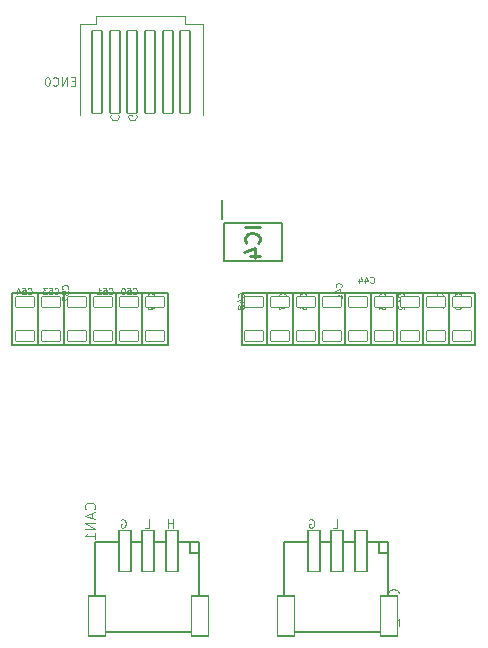
<source format=gbr>
%TF.GenerationSoftware,KiCad,Pcbnew,7.0.6*%
%TF.CreationDate,2023-08-06T04:52:03+10:00*%
%TF.ProjectId,controller,636f6e74-726f-46c6-9c65-722e6b696361,rev?*%
%TF.SameCoordinates,Original*%
%TF.FileFunction,Legend,Bot*%
%TF.FilePolarity,Positive*%
%FSLAX46Y46*%
G04 Gerber Fmt 4.6, Leading zero omitted, Abs format (unit mm)*
G04 Created by KiCad (PCBNEW 7.0.6) date 2023-08-06 04:52:03*
%MOMM*%
%LPD*%
G01*
G04 APERTURE LIST*
G04 Aperture macros list*
%AMRoundRect*
0 Rectangle with rounded corners*
0 $1 Rounding radius*
0 $2 $3 $4 $5 $6 $7 $8 $9 X,Y pos of 4 corners*
0 Add a 4 corners polygon primitive as box body*
4,1,4,$2,$3,$4,$5,$6,$7,$8,$9,$2,$3,0*
0 Add four circle primitives for the rounded corners*
1,1,$1+$1,$2,$3*
1,1,$1+$1,$4,$5*
1,1,$1+$1,$6,$7*
1,1,$1+$1,$8,$9*
0 Add four rect primitives between the rounded corners*
20,1,$1+$1,$2,$3,$4,$5,0*
20,1,$1+$1,$4,$5,$6,$7,0*
20,1,$1+$1,$6,$7,$8,$9,0*
20,1,$1+$1,$8,$9,$2,$3,0*%
G04 Aperture macros list end*
%ADD10C,0.080000*%
%ADD11C,0.085344*%
%ADD12C,0.114300*%
%ADD13C,0.072000*%
%ADD14C,0.254000*%
%ADD15C,0.127000*%
%ADD16C,0.050000*%
%ADD17C,0.200000*%
%ADD18C,1.151600*%
%ADD19C,4.700000*%
%ADD20C,3.101600*%
%ADD21C,1.976600*%
%ADD22RoundRect,0.050800X-0.800000X0.450000X-0.800000X-0.450000X0.800000X-0.450000X0.800000X0.450000X0*%
%ADD23RoundRect,0.050800X-0.500000X-1.750000X0.500000X-1.750000X0.500000X1.750000X-0.500000X1.750000X0*%
%ADD24RoundRect,0.050800X-0.750000X-1.700000X0.750000X-1.700000X0.750000X1.700000X-0.750000X1.700000X0*%
%ADD25RoundRect,0.050800X0.425000X-3.500000X0.425000X3.500000X-0.425000X3.500000X-0.425000X-3.500000X0*%
%ADD26R,0.700000X1.550000*%
G04 APERTURE END LIST*
D10*
X140234183Y-121961325D02*
X140577040Y-121961325D01*
X140577040Y-121961325D02*
X140577040Y-121241325D01*
X137369545Y-86993373D02*
X137335260Y-87027659D01*
X137335260Y-87027659D02*
X137300974Y-87130516D01*
X137300974Y-87130516D02*
X137300974Y-87199088D01*
X137300974Y-87199088D02*
X137335260Y-87301945D01*
X137335260Y-87301945D02*
X137403831Y-87370516D01*
X137403831Y-87370516D02*
X137472402Y-87404802D01*
X137472402Y-87404802D02*
X137609545Y-87439088D01*
X137609545Y-87439088D02*
X137712402Y-87439088D01*
X137712402Y-87439088D02*
X137849545Y-87404802D01*
X137849545Y-87404802D02*
X137918117Y-87370516D01*
X137918117Y-87370516D02*
X137986688Y-87301945D01*
X137986688Y-87301945D02*
X138020974Y-87199088D01*
X138020974Y-87199088D02*
X138020974Y-87130516D01*
X138020974Y-87130516D02*
X137986688Y-87027659D01*
X137986688Y-87027659D02*
X137952402Y-86993373D01*
X138199897Y-121275611D02*
X138268469Y-121241325D01*
X138268469Y-121241325D02*
X138371326Y-121241325D01*
X138371326Y-121241325D02*
X138474183Y-121275611D01*
X138474183Y-121275611D02*
X138542754Y-121344182D01*
X138542754Y-121344182D02*
X138577040Y-121412754D01*
X138577040Y-121412754D02*
X138611326Y-121549897D01*
X138611326Y-121549897D02*
X138611326Y-121652754D01*
X138611326Y-121652754D02*
X138577040Y-121789897D01*
X138577040Y-121789897D02*
X138542754Y-121858468D01*
X138542754Y-121858468D02*
X138474183Y-121927040D01*
X138474183Y-121927040D02*
X138371326Y-121961325D01*
X138371326Y-121961325D02*
X138302754Y-121961325D01*
X138302754Y-121961325D02*
X138199897Y-121927040D01*
X138199897Y-121927040D02*
X138165611Y-121892754D01*
X138165611Y-121892754D02*
X138165611Y-121652754D01*
X138165611Y-121652754D02*
X138302754Y-121652754D01*
X139486688Y-87027659D02*
X139520974Y-87096231D01*
X139520974Y-87096231D02*
X139520974Y-87199088D01*
X139520974Y-87199088D02*
X139486688Y-87301945D01*
X139486688Y-87301945D02*
X139418117Y-87370516D01*
X139418117Y-87370516D02*
X139349545Y-87404802D01*
X139349545Y-87404802D02*
X139212402Y-87439088D01*
X139212402Y-87439088D02*
X139109545Y-87439088D01*
X139109545Y-87439088D02*
X138972402Y-87404802D01*
X138972402Y-87404802D02*
X138903831Y-87370516D01*
X138903831Y-87370516D02*
X138835260Y-87301945D01*
X138835260Y-87301945D02*
X138800974Y-87199088D01*
X138800974Y-87199088D02*
X138800974Y-87130516D01*
X138800974Y-87130516D02*
X138835260Y-87027659D01*
X138835260Y-87027659D02*
X138869545Y-86993373D01*
X138869545Y-86993373D02*
X139109545Y-86993373D01*
X139109545Y-86993373D02*
X139109545Y-87130516D01*
X156184183Y-121961325D02*
X156527040Y-121961325D01*
X156527040Y-121961325D02*
X156527040Y-121241325D01*
X154149897Y-121275611D02*
X154218469Y-121241325D01*
X154218469Y-121241325D02*
X154321326Y-121241325D01*
X154321326Y-121241325D02*
X154424183Y-121275611D01*
X154424183Y-121275611D02*
X154492754Y-121344182D01*
X154492754Y-121344182D02*
X154527040Y-121412754D01*
X154527040Y-121412754D02*
X154561326Y-121549897D01*
X154561326Y-121549897D02*
X154561326Y-121652754D01*
X154561326Y-121652754D02*
X154527040Y-121789897D01*
X154527040Y-121789897D02*
X154492754Y-121858468D01*
X154492754Y-121858468D02*
X154424183Y-121927040D01*
X154424183Y-121927040D02*
X154321326Y-121961325D01*
X154321326Y-121961325D02*
X154252754Y-121961325D01*
X154252754Y-121961325D02*
X154149897Y-121927040D01*
X154149897Y-121927040D02*
X154115611Y-121892754D01*
X154115611Y-121892754D02*
X154115611Y-121652754D01*
X154115611Y-121652754D02*
X154252754Y-121652754D01*
X142577040Y-121961325D02*
X142577040Y-121241325D01*
X142577040Y-121584182D02*
X142165611Y-121584182D01*
X142165611Y-121961325D02*
X142165611Y-121241325D01*
D11*
X152089264Y-102434144D02*
X152114229Y-102409180D01*
X152114229Y-102409180D02*
X152139193Y-102334286D01*
X152139193Y-102334286D02*
X152139193Y-102284357D01*
X152139193Y-102284357D02*
X152114229Y-102209463D01*
X152114229Y-102209463D02*
X152064299Y-102159534D01*
X152064299Y-102159534D02*
X152014370Y-102134569D01*
X152014370Y-102134569D02*
X151914512Y-102109605D01*
X151914512Y-102109605D02*
X151839618Y-102109605D01*
X151839618Y-102109605D02*
X151739760Y-102134569D01*
X151739760Y-102134569D02*
X151689831Y-102159534D01*
X151689831Y-102159534D02*
X151639902Y-102209463D01*
X151639902Y-102209463D02*
X151614937Y-102284357D01*
X151614937Y-102284357D02*
X151614937Y-102334286D01*
X151614937Y-102334286D02*
X151639902Y-102409180D01*
X151639902Y-102409180D02*
X151664866Y-102434144D01*
X151789689Y-102883507D02*
X152139193Y-102883507D01*
X151589973Y-102758684D02*
X151964441Y-102633861D01*
X151964441Y-102633861D02*
X151964441Y-102958400D01*
X151614937Y-103108187D02*
X151614937Y-103457691D01*
X151614937Y-103457691D02*
X152139193Y-103233010D01*
D12*
X135920545Y-120399127D02*
X135962722Y-120356951D01*
X135962722Y-120356951D02*
X136004898Y-120230422D01*
X136004898Y-120230422D02*
X136004898Y-120146070D01*
X136004898Y-120146070D02*
X135962722Y-120019541D01*
X135962722Y-120019541D02*
X135878369Y-119935189D01*
X135878369Y-119935189D02*
X135794017Y-119893012D01*
X135794017Y-119893012D02*
X135625312Y-119850836D01*
X135625312Y-119850836D02*
X135498783Y-119850836D01*
X135498783Y-119850836D02*
X135330079Y-119893012D01*
X135330079Y-119893012D02*
X135245726Y-119935189D01*
X135245726Y-119935189D02*
X135161374Y-120019541D01*
X135161374Y-120019541D02*
X135119198Y-120146070D01*
X135119198Y-120146070D02*
X135119198Y-120230422D01*
X135119198Y-120230422D02*
X135161374Y-120356951D01*
X135161374Y-120356951D02*
X135203550Y-120399127D01*
X135751841Y-120736536D02*
X135751841Y-121158298D01*
X136004898Y-120652184D02*
X135119198Y-120947417D01*
X135119198Y-120947417D02*
X136004898Y-121242651D01*
X136004898Y-121537883D02*
X135119198Y-121537883D01*
X135119198Y-121537883D02*
X136004898Y-122043998D01*
X136004898Y-122043998D02*
X135119198Y-122043998D01*
X136004898Y-122929698D02*
X136004898Y-122423583D01*
X136004898Y-122676640D02*
X135119198Y-122676640D01*
X135119198Y-122676640D02*
X135245726Y-122592288D01*
X135245726Y-122592288D02*
X135330079Y-122507936D01*
X135330079Y-122507936D02*
X135372255Y-122423583D01*
D11*
X160539264Y-102434144D02*
X160564229Y-102409180D01*
X160564229Y-102409180D02*
X160589193Y-102334286D01*
X160589193Y-102334286D02*
X160589193Y-102284357D01*
X160589193Y-102284357D02*
X160564229Y-102209463D01*
X160564229Y-102209463D02*
X160514299Y-102159534D01*
X160514299Y-102159534D02*
X160464370Y-102134569D01*
X160464370Y-102134569D02*
X160364512Y-102109605D01*
X160364512Y-102109605D02*
X160289618Y-102109605D01*
X160289618Y-102109605D02*
X160189760Y-102134569D01*
X160189760Y-102134569D02*
X160139831Y-102159534D01*
X160139831Y-102159534D02*
X160089902Y-102209463D01*
X160089902Y-102209463D02*
X160064937Y-102284357D01*
X160064937Y-102284357D02*
X160064937Y-102334286D01*
X160064937Y-102334286D02*
X160089902Y-102409180D01*
X160089902Y-102409180D02*
X160114866Y-102434144D01*
X160239689Y-102883507D02*
X160589193Y-102883507D01*
X160039973Y-102758684D02*
X160414441Y-102633861D01*
X160414441Y-102633861D02*
X160414441Y-102958400D01*
X160064937Y-103108187D02*
X160064937Y-103432727D01*
X160064937Y-103432727D02*
X160264654Y-103257975D01*
X160264654Y-103257975D02*
X160264654Y-103332868D01*
X160264654Y-103332868D02*
X160289618Y-103382798D01*
X160289618Y-103382798D02*
X160314583Y-103407762D01*
X160314583Y-103407762D02*
X160364512Y-103432727D01*
X160364512Y-103432727D02*
X160489335Y-103432727D01*
X160489335Y-103432727D02*
X160539264Y-103407762D01*
X160539264Y-103407762D02*
X160564229Y-103382798D01*
X160564229Y-103382798D02*
X160589193Y-103332868D01*
X160589193Y-103332868D02*
X160589193Y-103183081D01*
X160589193Y-103183081D02*
X160564229Y-103133152D01*
X160564229Y-103133152D02*
X160539264Y-103108187D01*
X166939264Y-102434144D02*
X166964229Y-102409180D01*
X166964229Y-102409180D02*
X166989193Y-102334286D01*
X166989193Y-102334286D02*
X166989193Y-102284357D01*
X166989193Y-102284357D02*
X166964229Y-102209463D01*
X166964229Y-102209463D02*
X166914299Y-102159534D01*
X166914299Y-102159534D02*
X166864370Y-102134569D01*
X166864370Y-102134569D02*
X166764512Y-102109605D01*
X166764512Y-102109605D02*
X166689618Y-102109605D01*
X166689618Y-102109605D02*
X166589760Y-102134569D01*
X166589760Y-102134569D02*
X166539831Y-102159534D01*
X166539831Y-102159534D02*
X166489902Y-102209463D01*
X166489902Y-102209463D02*
X166464937Y-102284357D01*
X166464937Y-102284357D02*
X166464937Y-102334286D01*
X166464937Y-102334286D02*
X166489902Y-102409180D01*
X166489902Y-102409180D02*
X166514866Y-102434144D01*
X166639689Y-102883507D02*
X166989193Y-102883507D01*
X166439973Y-102758684D02*
X166814441Y-102633861D01*
X166814441Y-102633861D02*
X166814441Y-102958400D01*
X166464937Y-103257975D02*
X166464937Y-103307904D01*
X166464937Y-103307904D02*
X166489902Y-103357833D01*
X166489902Y-103357833D02*
X166514866Y-103382798D01*
X166514866Y-103382798D02*
X166564795Y-103407762D01*
X166564795Y-103407762D02*
X166664654Y-103432727D01*
X166664654Y-103432727D02*
X166789477Y-103432727D01*
X166789477Y-103432727D02*
X166889335Y-103407762D01*
X166889335Y-103407762D02*
X166939264Y-103382798D01*
X166939264Y-103382798D02*
X166964229Y-103357833D01*
X166964229Y-103357833D02*
X166989193Y-103307904D01*
X166989193Y-103307904D02*
X166989193Y-103257975D01*
X166989193Y-103257975D02*
X166964229Y-103208046D01*
X166964229Y-103208046D02*
X166939264Y-103183081D01*
X166939264Y-103183081D02*
X166889335Y-103158116D01*
X166889335Y-103158116D02*
X166789477Y-103133152D01*
X166789477Y-103133152D02*
X166664654Y-103133152D01*
X166664654Y-103133152D02*
X166564795Y-103158116D01*
X166564795Y-103158116D02*
X166514866Y-103183081D01*
X166514866Y-103183081D02*
X166489902Y-103208046D01*
X166489902Y-103208046D02*
X166464937Y-103257975D01*
D13*
X134280398Y-84155309D02*
X134037732Y-84155309D01*
X133933732Y-84536642D02*
X134280398Y-84536642D01*
X134280398Y-84536642D02*
X134280398Y-83808642D01*
X134280398Y-83808642D02*
X133933732Y-83808642D01*
X133621731Y-84536642D02*
X133621731Y-83808642D01*
X133621731Y-83808642D02*
X133205731Y-84536642D01*
X133205731Y-84536642D02*
X133205731Y-83808642D01*
X132443064Y-84467309D02*
X132477731Y-84501976D01*
X132477731Y-84501976D02*
X132581731Y-84536642D01*
X132581731Y-84536642D02*
X132651064Y-84536642D01*
X132651064Y-84536642D02*
X132755064Y-84501976D01*
X132755064Y-84501976D02*
X132824398Y-84432642D01*
X132824398Y-84432642D02*
X132859064Y-84363309D01*
X132859064Y-84363309D02*
X132893731Y-84224642D01*
X132893731Y-84224642D02*
X132893731Y-84120642D01*
X132893731Y-84120642D02*
X132859064Y-83981976D01*
X132859064Y-83981976D02*
X132824398Y-83912642D01*
X132824398Y-83912642D02*
X132755064Y-83843309D01*
X132755064Y-83843309D02*
X132651064Y-83808642D01*
X132651064Y-83808642D02*
X132581731Y-83808642D01*
X132581731Y-83808642D02*
X132477731Y-83843309D01*
X132477731Y-83843309D02*
X132443064Y-83877976D01*
X131992398Y-83808642D02*
X131923064Y-83808642D01*
X131923064Y-83808642D02*
X131853731Y-83843309D01*
X131853731Y-83843309D02*
X131819064Y-83877976D01*
X131819064Y-83877976D02*
X131784398Y-83947309D01*
X131784398Y-83947309D02*
X131749731Y-84085976D01*
X131749731Y-84085976D02*
X131749731Y-84259309D01*
X131749731Y-84259309D02*
X131784398Y-84397976D01*
X131784398Y-84397976D02*
X131819064Y-84467309D01*
X131819064Y-84467309D02*
X131853731Y-84501976D01*
X131853731Y-84501976D02*
X131923064Y-84536642D01*
X131923064Y-84536642D02*
X131992398Y-84536642D01*
X131992398Y-84536642D02*
X132061731Y-84501976D01*
X132061731Y-84501976D02*
X132096398Y-84467309D01*
X132096398Y-84467309D02*
X132131064Y-84397976D01*
X132131064Y-84397976D02*
X132165731Y-84259309D01*
X132165731Y-84259309D02*
X132165731Y-84085976D01*
X132165731Y-84085976D02*
X132131064Y-83947309D01*
X132131064Y-83947309D02*
X132096398Y-83877976D01*
X132096398Y-83877976D02*
X132061731Y-83843309D01*
X132061731Y-83843309D02*
X131992398Y-83808642D01*
D11*
X148539264Y-102434144D02*
X148564229Y-102409180D01*
X148564229Y-102409180D02*
X148589193Y-102334286D01*
X148589193Y-102334286D02*
X148589193Y-102284357D01*
X148589193Y-102284357D02*
X148564229Y-102209463D01*
X148564229Y-102209463D02*
X148514299Y-102159534D01*
X148514299Y-102159534D02*
X148464370Y-102134569D01*
X148464370Y-102134569D02*
X148364512Y-102109605D01*
X148364512Y-102109605D02*
X148289618Y-102109605D01*
X148289618Y-102109605D02*
X148189760Y-102134569D01*
X148189760Y-102134569D02*
X148139831Y-102159534D01*
X148139831Y-102159534D02*
X148089902Y-102209463D01*
X148089902Y-102209463D02*
X148064937Y-102284357D01*
X148064937Y-102284357D02*
X148064937Y-102334286D01*
X148064937Y-102334286D02*
X148089902Y-102409180D01*
X148089902Y-102409180D02*
X148114866Y-102434144D01*
X148239689Y-102883507D02*
X148589193Y-102883507D01*
X148039973Y-102758684D02*
X148414441Y-102633861D01*
X148414441Y-102633861D02*
X148414441Y-102958400D01*
X148289618Y-103233010D02*
X148264654Y-103183081D01*
X148264654Y-103183081D02*
X148239689Y-103158116D01*
X148239689Y-103158116D02*
X148189760Y-103133152D01*
X148189760Y-103133152D02*
X148164795Y-103133152D01*
X148164795Y-103133152D02*
X148114866Y-103158116D01*
X148114866Y-103158116D02*
X148089902Y-103183081D01*
X148089902Y-103183081D02*
X148064937Y-103233010D01*
X148064937Y-103233010D02*
X148064937Y-103332868D01*
X148064937Y-103332868D02*
X148089902Y-103382798D01*
X148089902Y-103382798D02*
X148114866Y-103407762D01*
X148114866Y-103407762D02*
X148164795Y-103432727D01*
X148164795Y-103432727D02*
X148189760Y-103432727D01*
X148189760Y-103432727D02*
X148239689Y-103407762D01*
X148239689Y-103407762D02*
X148264654Y-103382798D01*
X148264654Y-103382798D02*
X148289618Y-103332868D01*
X148289618Y-103332868D02*
X148289618Y-103233010D01*
X148289618Y-103233010D02*
X148314583Y-103183081D01*
X148314583Y-103183081D02*
X148339547Y-103158116D01*
X148339547Y-103158116D02*
X148389477Y-103133152D01*
X148389477Y-103133152D02*
X148489335Y-103133152D01*
X148489335Y-103133152D02*
X148539264Y-103158116D01*
X148539264Y-103158116D02*
X148564229Y-103183081D01*
X148564229Y-103183081D02*
X148589193Y-103233010D01*
X148589193Y-103233010D02*
X148589193Y-103332868D01*
X148589193Y-103332868D02*
X148564229Y-103382798D01*
X148564229Y-103382798D02*
X148539264Y-103407762D01*
X148539264Y-103407762D02*
X148489335Y-103432727D01*
X148489335Y-103432727D02*
X148389477Y-103432727D01*
X148389477Y-103432727D02*
X148339547Y-103407762D01*
X148339547Y-103407762D02*
X148314583Y-103382798D01*
X148314583Y-103382798D02*
X148289618Y-103332868D01*
D12*
X161620545Y-127725792D02*
X161662722Y-127683616D01*
X161662722Y-127683616D02*
X161704898Y-127557087D01*
X161704898Y-127557087D02*
X161704898Y-127472735D01*
X161704898Y-127472735D02*
X161662722Y-127346206D01*
X161662722Y-127346206D02*
X161578369Y-127261854D01*
X161578369Y-127261854D02*
X161494017Y-127219677D01*
X161494017Y-127219677D02*
X161325312Y-127177501D01*
X161325312Y-127177501D02*
X161198783Y-127177501D01*
X161198783Y-127177501D02*
X161030079Y-127219677D01*
X161030079Y-127219677D02*
X160945726Y-127261854D01*
X160945726Y-127261854D02*
X160861374Y-127346206D01*
X160861374Y-127346206D02*
X160819198Y-127472735D01*
X160819198Y-127472735D02*
X160819198Y-127557087D01*
X160819198Y-127557087D02*
X160861374Y-127683616D01*
X160861374Y-127683616D02*
X160903550Y-127725792D01*
X161451841Y-128063201D02*
X161451841Y-128484963D01*
X161704898Y-127978849D02*
X160819198Y-128274082D01*
X160819198Y-128274082D02*
X161704898Y-128569316D01*
X161704898Y-128864548D02*
X160819198Y-128864548D01*
X160819198Y-128864548D02*
X161704898Y-129370663D01*
X161704898Y-129370663D02*
X160819198Y-129370663D01*
X160903550Y-129750248D02*
X160861374Y-129792424D01*
X160861374Y-129792424D02*
X160819198Y-129876777D01*
X160819198Y-129876777D02*
X160819198Y-130087658D01*
X160819198Y-130087658D02*
X160861374Y-130172010D01*
X160861374Y-130172010D02*
X160903550Y-130214186D01*
X160903550Y-130214186D02*
X160987902Y-130256363D01*
X160987902Y-130256363D02*
X161072255Y-130256363D01*
X161072255Y-130256363D02*
X161198783Y-130214186D01*
X161198783Y-130214186D02*
X161704898Y-129708072D01*
X161704898Y-129708072D02*
X161704898Y-130256363D01*
D11*
X132570555Y-102141764D02*
X132595519Y-102166729D01*
X132595519Y-102166729D02*
X132670413Y-102191693D01*
X132670413Y-102191693D02*
X132720342Y-102191693D01*
X132720342Y-102191693D02*
X132795236Y-102166729D01*
X132795236Y-102166729D02*
X132845165Y-102116799D01*
X132845165Y-102116799D02*
X132870130Y-102066870D01*
X132870130Y-102066870D02*
X132895094Y-101967012D01*
X132895094Y-101967012D02*
X132895094Y-101892118D01*
X132895094Y-101892118D02*
X132870130Y-101792260D01*
X132870130Y-101792260D02*
X132845165Y-101742331D01*
X132845165Y-101742331D02*
X132795236Y-101692402D01*
X132795236Y-101692402D02*
X132720342Y-101667437D01*
X132720342Y-101667437D02*
X132670413Y-101667437D01*
X132670413Y-101667437D02*
X132595519Y-101692402D01*
X132595519Y-101692402D02*
X132570555Y-101717366D01*
X132096228Y-101667437D02*
X132345874Y-101667437D01*
X132345874Y-101667437D02*
X132370838Y-101917083D01*
X132370838Y-101917083D02*
X132345874Y-101892118D01*
X132345874Y-101892118D02*
X132295945Y-101867154D01*
X132295945Y-101867154D02*
X132171122Y-101867154D01*
X132171122Y-101867154D02*
X132121193Y-101892118D01*
X132121193Y-101892118D02*
X132096228Y-101917083D01*
X132096228Y-101917083D02*
X132071263Y-101967012D01*
X132071263Y-101967012D02*
X132071263Y-102091835D01*
X132071263Y-102091835D02*
X132096228Y-102141764D01*
X132096228Y-102141764D02*
X132121193Y-102166729D01*
X132121193Y-102166729D02*
X132171122Y-102191693D01*
X132171122Y-102191693D02*
X132295945Y-102191693D01*
X132295945Y-102191693D02*
X132345874Y-102166729D01*
X132345874Y-102166729D02*
X132370838Y-102141764D01*
X131896512Y-101667437D02*
X131571972Y-101667437D01*
X131571972Y-101667437D02*
X131746724Y-101867154D01*
X131746724Y-101867154D02*
X131671831Y-101867154D01*
X131671831Y-101867154D02*
X131621902Y-101892118D01*
X131621902Y-101892118D02*
X131596937Y-101917083D01*
X131596937Y-101917083D02*
X131571972Y-101967012D01*
X131571972Y-101967012D02*
X131571972Y-102091835D01*
X131571972Y-102091835D02*
X131596937Y-102141764D01*
X131596937Y-102141764D02*
X131621902Y-102166729D01*
X131621902Y-102166729D02*
X131671831Y-102191693D01*
X131671831Y-102191693D02*
X131821618Y-102191693D01*
X131821618Y-102191693D02*
X131871547Y-102166729D01*
X131871547Y-102166729D02*
X131896512Y-102141764D01*
X137170555Y-102141764D02*
X137195519Y-102166729D01*
X137195519Y-102166729D02*
X137270413Y-102191693D01*
X137270413Y-102191693D02*
X137320342Y-102191693D01*
X137320342Y-102191693D02*
X137395236Y-102166729D01*
X137395236Y-102166729D02*
X137445165Y-102116799D01*
X137445165Y-102116799D02*
X137470130Y-102066870D01*
X137470130Y-102066870D02*
X137495094Y-101967012D01*
X137495094Y-101967012D02*
X137495094Y-101892118D01*
X137495094Y-101892118D02*
X137470130Y-101792260D01*
X137470130Y-101792260D02*
X137445165Y-101742331D01*
X137445165Y-101742331D02*
X137395236Y-101692402D01*
X137395236Y-101692402D02*
X137320342Y-101667437D01*
X137320342Y-101667437D02*
X137270413Y-101667437D01*
X137270413Y-101667437D02*
X137195519Y-101692402D01*
X137195519Y-101692402D02*
X137170555Y-101717366D01*
X136696228Y-101667437D02*
X136945874Y-101667437D01*
X136945874Y-101667437D02*
X136970838Y-101917083D01*
X136970838Y-101917083D02*
X136945874Y-101892118D01*
X136945874Y-101892118D02*
X136895945Y-101867154D01*
X136895945Y-101867154D02*
X136771122Y-101867154D01*
X136771122Y-101867154D02*
X136721193Y-101892118D01*
X136721193Y-101892118D02*
X136696228Y-101917083D01*
X136696228Y-101917083D02*
X136671263Y-101967012D01*
X136671263Y-101967012D02*
X136671263Y-102091835D01*
X136671263Y-102091835D02*
X136696228Y-102141764D01*
X136696228Y-102141764D02*
X136721193Y-102166729D01*
X136721193Y-102166729D02*
X136771122Y-102191693D01*
X136771122Y-102191693D02*
X136895945Y-102191693D01*
X136895945Y-102191693D02*
X136945874Y-102166729D01*
X136945874Y-102166729D02*
X136970838Y-102141764D01*
X136171972Y-102191693D02*
X136471547Y-102191693D01*
X136321760Y-102191693D02*
X136321760Y-101667437D01*
X136321760Y-101667437D02*
X136371689Y-101742331D01*
X136371689Y-101742331D02*
X136421618Y-101792260D01*
X136421618Y-101792260D02*
X136471547Y-101817225D01*
X162139264Y-102434144D02*
X162164229Y-102409180D01*
X162164229Y-102409180D02*
X162189193Y-102334286D01*
X162189193Y-102334286D02*
X162189193Y-102284357D01*
X162189193Y-102284357D02*
X162164229Y-102209463D01*
X162164229Y-102209463D02*
X162114299Y-102159534D01*
X162114299Y-102159534D02*
X162064370Y-102134569D01*
X162064370Y-102134569D02*
X161964512Y-102109605D01*
X161964512Y-102109605D02*
X161889618Y-102109605D01*
X161889618Y-102109605D02*
X161789760Y-102134569D01*
X161789760Y-102134569D02*
X161739831Y-102159534D01*
X161739831Y-102159534D02*
X161689902Y-102209463D01*
X161689902Y-102209463D02*
X161664937Y-102284357D01*
X161664937Y-102284357D02*
X161664937Y-102334286D01*
X161664937Y-102334286D02*
X161689902Y-102409180D01*
X161689902Y-102409180D02*
X161714866Y-102434144D01*
X161839689Y-102883507D02*
X162189193Y-102883507D01*
X161639973Y-102758684D02*
X162014441Y-102633861D01*
X162014441Y-102633861D02*
X162014441Y-102958400D01*
X161714866Y-103133152D02*
X161689902Y-103158116D01*
X161689902Y-103158116D02*
X161664937Y-103208046D01*
X161664937Y-103208046D02*
X161664937Y-103332868D01*
X161664937Y-103332868D02*
X161689902Y-103382798D01*
X161689902Y-103382798D02*
X161714866Y-103407762D01*
X161714866Y-103407762D02*
X161764795Y-103432727D01*
X161764795Y-103432727D02*
X161814725Y-103432727D01*
X161814725Y-103432727D02*
X161889618Y-103407762D01*
X161889618Y-103407762D02*
X162189193Y-103108187D01*
X162189193Y-103108187D02*
X162189193Y-103432727D01*
X156839264Y-101584144D02*
X156864229Y-101559180D01*
X156864229Y-101559180D02*
X156889193Y-101484286D01*
X156889193Y-101484286D02*
X156889193Y-101434357D01*
X156889193Y-101434357D02*
X156864229Y-101359463D01*
X156864229Y-101359463D02*
X156814299Y-101309534D01*
X156814299Y-101309534D02*
X156764370Y-101284569D01*
X156764370Y-101284569D02*
X156664512Y-101259605D01*
X156664512Y-101259605D02*
X156589618Y-101259605D01*
X156589618Y-101259605D02*
X156489760Y-101284569D01*
X156489760Y-101284569D02*
X156439831Y-101309534D01*
X156439831Y-101309534D02*
X156389902Y-101359463D01*
X156389902Y-101359463D02*
X156364937Y-101434357D01*
X156364937Y-101434357D02*
X156364937Y-101484286D01*
X156364937Y-101484286D02*
X156389902Y-101559180D01*
X156389902Y-101559180D02*
X156414866Y-101584144D01*
X156539689Y-102033507D02*
X156889193Y-102033507D01*
X156339973Y-101908684D02*
X156714441Y-101783861D01*
X156714441Y-101783861D02*
X156714441Y-102108400D01*
X156364937Y-102557762D02*
X156364937Y-102308116D01*
X156364937Y-102308116D02*
X156614583Y-102283152D01*
X156614583Y-102283152D02*
X156589618Y-102308116D01*
X156589618Y-102308116D02*
X156564654Y-102358046D01*
X156564654Y-102358046D02*
X156564654Y-102482868D01*
X156564654Y-102482868D02*
X156589618Y-102532798D01*
X156589618Y-102532798D02*
X156614583Y-102557762D01*
X156614583Y-102557762D02*
X156664512Y-102582727D01*
X156664512Y-102582727D02*
X156789335Y-102582727D01*
X156789335Y-102582727D02*
X156839264Y-102557762D01*
X156839264Y-102557762D02*
X156864229Y-102532798D01*
X156864229Y-102532798D02*
X156889193Y-102482868D01*
X156889193Y-102482868D02*
X156889193Y-102358046D01*
X156889193Y-102358046D02*
X156864229Y-102308116D01*
X156864229Y-102308116D02*
X156839264Y-102283152D01*
X140939264Y-102434144D02*
X140964229Y-102409180D01*
X140964229Y-102409180D02*
X140989193Y-102334286D01*
X140989193Y-102334286D02*
X140989193Y-102284357D01*
X140989193Y-102284357D02*
X140964229Y-102209463D01*
X140964229Y-102209463D02*
X140914299Y-102159534D01*
X140914299Y-102159534D02*
X140864370Y-102134569D01*
X140864370Y-102134569D02*
X140764512Y-102109605D01*
X140764512Y-102109605D02*
X140689618Y-102109605D01*
X140689618Y-102109605D02*
X140589760Y-102134569D01*
X140589760Y-102134569D02*
X140539831Y-102159534D01*
X140539831Y-102159534D02*
X140489902Y-102209463D01*
X140489902Y-102209463D02*
X140464937Y-102284357D01*
X140464937Y-102284357D02*
X140464937Y-102334286D01*
X140464937Y-102334286D02*
X140489902Y-102409180D01*
X140489902Y-102409180D02*
X140514866Y-102434144D01*
X140639689Y-102883507D02*
X140989193Y-102883507D01*
X140439973Y-102758684D02*
X140814441Y-102633861D01*
X140814441Y-102633861D02*
X140814441Y-102958400D01*
X140989193Y-103183081D02*
X140989193Y-103282939D01*
X140989193Y-103282939D02*
X140964229Y-103332868D01*
X140964229Y-103332868D02*
X140939264Y-103357833D01*
X140939264Y-103357833D02*
X140864370Y-103407762D01*
X140864370Y-103407762D02*
X140764512Y-103432727D01*
X140764512Y-103432727D02*
X140564795Y-103432727D01*
X140564795Y-103432727D02*
X140514866Y-103407762D01*
X140514866Y-103407762D02*
X140489902Y-103382798D01*
X140489902Y-103382798D02*
X140464937Y-103332868D01*
X140464937Y-103332868D02*
X140464937Y-103233010D01*
X140464937Y-103233010D02*
X140489902Y-103183081D01*
X140489902Y-103183081D02*
X140514866Y-103158116D01*
X140514866Y-103158116D02*
X140564795Y-103133152D01*
X140564795Y-103133152D02*
X140689618Y-103133152D01*
X140689618Y-103133152D02*
X140739547Y-103158116D01*
X140739547Y-103158116D02*
X140764512Y-103183081D01*
X140764512Y-103183081D02*
X140789477Y-103233010D01*
X140789477Y-103233010D02*
X140789477Y-103332868D01*
X140789477Y-103332868D02*
X140764512Y-103382798D01*
X140764512Y-103382798D02*
X140739547Y-103407762D01*
X140739547Y-103407762D02*
X140689618Y-103432727D01*
X130320555Y-102141764D02*
X130345519Y-102166729D01*
X130345519Y-102166729D02*
X130420413Y-102191693D01*
X130420413Y-102191693D02*
X130470342Y-102191693D01*
X130470342Y-102191693D02*
X130545236Y-102166729D01*
X130545236Y-102166729D02*
X130595165Y-102116799D01*
X130595165Y-102116799D02*
X130620130Y-102066870D01*
X130620130Y-102066870D02*
X130645094Y-101967012D01*
X130645094Y-101967012D02*
X130645094Y-101892118D01*
X130645094Y-101892118D02*
X130620130Y-101792260D01*
X130620130Y-101792260D02*
X130595165Y-101742331D01*
X130595165Y-101742331D02*
X130545236Y-101692402D01*
X130545236Y-101692402D02*
X130470342Y-101667437D01*
X130470342Y-101667437D02*
X130420413Y-101667437D01*
X130420413Y-101667437D02*
X130345519Y-101692402D01*
X130345519Y-101692402D02*
X130320555Y-101717366D01*
X129846228Y-101667437D02*
X130095874Y-101667437D01*
X130095874Y-101667437D02*
X130120838Y-101917083D01*
X130120838Y-101917083D02*
X130095874Y-101892118D01*
X130095874Y-101892118D02*
X130045945Y-101867154D01*
X130045945Y-101867154D02*
X129921122Y-101867154D01*
X129921122Y-101867154D02*
X129871193Y-101892118D01*
X129871193Y-101892118D02*
X129846228Y-101917083D01*
X129846228Y-101917083D02*
X129821263Y-101967012D01*
X129821263Y-101967012D02*
X129821263Y-102091835D01*
X129821263Y-102091835D02*
X129846228Y-102141764D01*
X129846228Y-102141764D02*
X129871193Y-102166729D01*
X129871193Y-102166729D02*
X129921122Y-102191693D01*
X129921122Y-102191693D02*
X130045945Y-102191693D01*
X130045945Y-102191693D02*
X130095874Y-102166729D01*
X130095874Y-102166729D02*
X130120838Y-102141764D01*
X129371902Y-101842189D02*
X129371902Y-102191693D01*
X129496724Y-101642473D02*
X129621547Y-102016941D01*
X129621547Y-102016941D02*
X129297008Y-102016941D01*
X133689264Y-101734144D02*
X133714229Y-101709180D01*
X133714229Y-101709180D02*
X133739193Y-101634286D01*
X133739193Y-101634286D02*
X133739193Y-101584357D01*
X133739193Y-101584357D02*
X133714229Y-101509463D01*
X133714229Y-101509463D02*
X133664299Y-101459534D01*
X133664299Y-101459534D02*
X133614370Y-101434569D01*
X133614370Y-101434569D02*
X133514512Y-101409605D01*
X133514512Y-101409605D02*
X133439618Y-101409605D01*
X133439618Y-101409605D02*
X133339760Y-101434569D01*
X133339760Y-101434569D02*
X133289831Y-101459534D01*
X133289831Y-101459534D02*
X133239902Y-101509463D01*
X133239902Y-101509463D02*
X133214937Y-101584357D01*
X133214937Y-101584357D02*
X133214937Y-101634286D01*
X133214937Y-101634286D02*
X133239902Y-101709180D01*
X133239902Y-101709180D02*
X133264866Y-101734144D01*
X133214937Y-102208471D02*
X133214937Y-101958825D01*
X133214937Y-101958825D02*
X133464583Y-101933861D01*
X133464583Y-101933861D02*
X133439618Y-101958825D01*
X133439618Y-101958825D02*
X133414654Y-102008755D01*
X133414654Y-102008755D02*
X133414654Y-102133577D01*
X133414654Y-102133577D02*
X133439618Y-102183507D01*
X133439618Y-102183507D02*
X133464583Y-102208471D01*
X133464583Y-102208471D02*
X133514512Y-102233436D01*
X133514512Y-102233436D02*
X133639335Y-102233436D01*
X133639335Y-102233436D02*
X133689264Y-102208471D01*
X133689264Y-102208471D02*
X133714229Y-102183507D01*
X133714229Y-102183507D02*
X133739193Y-102133577D01*
X133739193Y-102133577D02*
X133739193Y-102008755D01*
X133739193Y-102008755D02*
X133714229Y-101958825D01*
X133714229Y-101958825D02*
X133689264Y-101933861D01*
X133264866Y-102433152D02*
X133239902Y-102458116D01*
X133239902Y-102458116D02*
X133214937Y-102508046D01*
X133214937Y-102508046D02*
X133214937Y-102632868D01*
X133214937Y-102632868D02*
X133239902Y-102682798D01*
X133239902Y-102682798D02*
X133264866Y-102707762D01*
X133264866Y-102707762D02*
X133314795Y-102732727D01*
X133314795Y-102732727D02*
X133364725Y-102732727D01*
X133364725Y-102732727D02*
X133439618Y-102707762D01*
X133439618Y-102707762D02*
X133739193Y-102408187D01*
X133739193Y-102408187D02*
X133739193Y-102732727D01*
X159305687Y-101191764D02*
X159330651Y-101216729D01*
X159330651Y-101216729D02*
X159405545Y-101241693D01*
X159405545Y-101241693D02*
X159455474Y-101241693D01*
X159455474Y-101241693D02*
X159530368Y-101216729D01*
X159530368Y-101216729D02*
X159580297Y-101166799D01*
X159580297Y-101166799D02*
X159605262Y-101116870D01*
X159605262Y-101116870D02*
X159630226Y-101017012D01*
X159630226Y-101017012D02*
X159630226Y-100942118D01*
X159630226Y-100942118D02*
X159605262Y-100842260D01*
X159605262Y-100842260D02*
X159580297Y-100792331D01*
X159580297Y-100792331D02*
X159530368Y-100742402D01*
X159530368Y-100742402D02*
X159455474Y-100717437D01*
X159455474Y-100717437D02*
X159405545Y-100717437D01*
X159405545Y-100717437D02*
X159330651Y-100742402D01*
X159330651Y-100742402D02*
X159305687Y-100767366D01*
X158856325Y-100892189D02*
X158856325Y-101241693D01*
X158981147Y-100692473D02*
X159105970Y-101066941D01*
X159105970Y-101066941D02*
X158781431Y-101066941D01*
X158357034Y-100892189D02*
X158357034Y-101241693D01*
X158481856Y-100692473D02*
X158606679Y-101066941D01*
X158606679Y-101066941D02*
X158282140Y-101066941D01*
X165389264Y-102384144D02*
X165414229Y-102359180D01*
X165414229Y-102359180D02*
X165439193Y-102284286D01*
X165439193Y-102284286D02*
X165439193Y-102234357D01*
X165439193Y-102234357D02*
X165414229Y-102159463D01*
X165414229Y-102159463D02*
X165364299Y-102109534D01*
X165364299Y-102109534D02*
X165314370Y-102084569D01*
X165314370Y-102084569D02*
X165214512Y-102059605D01*
X165214512Y-102059605D02*
X165139618Y-102059605D01*
X165139618Y-102059605D02*
X165039760Y-102084569D01*
X165039760Y-102084569D02*
X164989831Y-102109534D01*
X164989831Y-102109534D02*
X164939902Y-102159463D01*
X164939902Y-102159463D02*
X164914937Y-102234357D01*
X164914937Y-102234357D02*
X164914937Y-102284286D01*
X164914937Y-102284286D02*
X164939902Y-102359180D01*
X164939902Y-102359180D02*
X164964866Y-102384144D01*
X165089689Y-102833507D02*
X165439193Y-102833507D01*
X164889973Y-102708684D02*
X165264441Y-102583861D01*
X165264441Y-102583861D02*
X165264441Y-102908400D01*
X165439193Y-103382727D02*
X165439193Y-103083152D01*
X165439193Y-103232939D02*
X164914937Y-103232939D01*
X164914937Y-103232939D02*
X164989831Y-103183010D01*
X164989831Y-103183010D02*
X165039760Y-103133081D01*
X165039760Y-103133081D02*
X165064725Y-103083152D01*
D14*
X149955502Y-96499053D02*
X148685502Y-96499053D01*
X149834549Y-97829530D02*
X149895026Y-97769054D01*
X149895026Y-97769054D02*
X149955502Y-97587625D01*
X149955502Y-97587625D02*
X149955502Y-97466673D01*
X149955502Y-97466673D02*
X149895026Y-97285244D01*
X149895026Y-97285244D02*
X149774073Y-97164292D01*
X149774073Y-97164292D02*
X149653121Y-97103815D01*
X149653121Y-97103815D02*
X149411216Y-97043339D01*
X149411216Y-97043339D02*
X149229787Y-97043339D01*
X149229787Y-97043339D02*
X148987883Y-97103815D01*
X148987883Y-97103815D02*
X148866930Y-97164292D01*
X148866930Y-97164292D02*
X148745978Y-97285244D01*
X148745978Y-97285244D02*
X148685502Y-97466673D01*
X148685502Y-97466673D02*
X148685502Y-97587625D01*
X148685502Y-97587625D02*
X148745978Y-97769054D01*
X148745978Y-97769054D02*
X148806454Y-97829530D01*
X149108835Y-98918101D02*
X149955502Y-98918101D01*
X148625026Y-98615720D02*
X149532168Y-98313339D01*
X149532168Y-98313339D02*
X149532168Y-99099530D01*
D11*
X139220555Y-102141764D02*
X139245519Y-102166729D01*
X139245519Y-102166729D02*
X139320413Y-102191693D01*
X139320413Y-102191693D02*
X139370342Y-102191693D01*
X139370342Y-102191693D02*
X139445236Y-102166729D01*
X139445236Y-102166729D02*
X139495165Y-102116799D01*
X139495165Y-102116799D02*
X139520130Y-102066870D01*
X139520130Y-102066870D02*
X139545094Y-101967012D01*
X139545094Y-101967012D02*
X139545094Y-101892118D01*
X139545094Y-101892118D02*
X139520130Y-101792260D01*
X139520130Y-101792260D02*
X139495165Y-101742331D01*
X139495165Y-101742331D02*
X139445236Y-101692402D01*
X139445236Y-101692402D02*
X139370342Y-101667437D01*
X139370342Y-101667437D02*
X139320413Y-101667437D01*
X139320413Y-101667437D02*
X139245519Y-101692402D01*
X139245519Y-101692402D02*
X139220555Y-101717366D01*
X138746228Y-101667437D02*
X138995874Y-101667437D01*
X138995874Y-101667437D02*
X139020838Y-101917083D01*
X139020838Y-101917083D02*
X138995874Y-101892118D01*
X138995874Y-101892118D02*
X138945945Y-101867154D01*
X138945945Y-101867154D02*
X138821122Y-101867154D01*
X138821122Y-101867154D02*
X138771193Y-101892118D01*
X138771193Y-101892118D02*
X138746228Y-101917083D01*
X138746228Y-101917083D02*
X138721263Y-101967012D01*
X138721263Y-101967012D02*
X138721263Y-102091835D01*
X138721263Y-102091835D02*
X138746228Y-102141764D01*
X138746228Y-102141764D02*
X138771193Y-102166729D01*
X138771193Y-102166729D02*
X138821122Y-102191693D01*
X138821122Y-102191693D02*
X138945945Y-102191693D01*
X138945945Y-102191693D02*
X138995874Y-102166729D01*
X138995874Y-102166729D02*
X139020838Y-102141764D01*
X138396724Y-101667437D02*
X138346795Y-101667437D01*
X138346795Y-101667437D02*
X138296866Y-101692402D01*
X138296866Y-101692402D02*
X138271902Y-101717366D01*
X138271902Y-101717366D02*
X138246937Y-101767295D01*
X138246937Y-101767295D02*
X138221972Y-101867154D01*
X138221972Y-101867154D02*
X138221972Y-101991977D01*
X138221972Y-101991977D02*
X138246937Y-102091835D01*
X138246937Y-102091835D02*
X138271902Y-102141764D01*
X138271902Y-102141764D02*
X138296866Y-102166729D01*
X138296866Y-102166729D02*
X138346795Y-102191693D01*
X138346795Y-102191693D02*
X138396724Y-102191693D01*
X138396724Y-102191693D02*
X138446654Y-102166729D01*
X138446654Y-102166729D02*
X138471618Y-102141764D01*
X138471618Y-102141764D02*
X138496583Y-102091835D01*
X138496583Y-102091835D02*
X138521547Y-101991977D01*
X138521547Y-101991977D02*
X138521547Y-101867154D01*
X138521547Y-101867154D02*
X138496583Y-101767295D01*
X138496583Y-101767295D02*
X138471618Y-101717366D01*
X138471618Y-101717366D02*
X138446654Y-101692402D01*
X138446654Y-101692402D02*
X138396724Y-101667437D01*
X153839264Y-102434144D02*
X153864229Y-102409180D01*
X153864229Y-102409180D02*
X153889193Y-102334286D01*
X153889193Y-102334286D02*
X153889193Y-102284357D01*
X153889193Y-102284357D02*
X153864229Y-102209463D01*
X153864229Y-102209463D02*
X153814299Y-102159534D01*
X153814299Y-102159534D02*
X153764370Y-102134569D01*
X153764370Y-102134569D02*
X153664512Y-102109605D01*
X153664512Y-102109605D02*
X153589618Y-102109605D01*
X153589618Y-102109605D02*
X153489760Y-102134569D01*
X153489760Y-102134569D02*
X153439831Y-102159534D01*
X153439831Y-102159534D02*
X153389902Y-102209463D01*
X153389902Y-102209463D02*
X153364937Y-102284357D01*
X153364937Y-102284357D02*
X153364937Y-102334286D01*
X153364937Y-102334286D02*
X153389902Y-102409180D01*
X153389902Y-102409180D02*
X153414866Y-102434144D01*
X153539689Y-102883507D02*
X153889193Y-102883507D01*
X153339973Y-102758684D02*
X153714441Y-102633861D01*
X153714441Y-102633861D02*
X153714441Y-102958400D01*
X153364937Y-103382798D02*
X153364937Y-103282939D01*
X153364937Y-103282939D02*
X153389902Y-103233010D01*
X153389902Y-103233010D02*
X153414866Y-103208046D01*
X153414866Y-103208046D02*
X153489760Y-103158116D01*
X153489760Y-103158116D02*
X153589618Y-103133152D01*
X153589618Y-103133152D02*
X153789335Y-103133152D01*
X153789335Y-103133152D02*
X153839264Y-103158116D01*
X153839264Y-103158116D02*
X153864229Y-103183081D01*
X153864229Y-103183081D02*
X153889193Y-103233010D01*
X153889193Y-103233010D02*
X153889193Y-103332868D01*
X153889193Y-103332868D02*
X153864229Y-103382798D01*
X153864229Y-103382798D02*
X153839264Y-103407762D01*
X153839264Y-103407762D02*
X153789335Y-103432727D01*
X153789335Y-103432727D02*
X153664512Y-103432727D01*
X153664512Y-103432727D02*
X153614583Y-103407762D01*
X153614583Y-103407762D02*
X153589618Y-103382798D01*
X153589618Y-103382798D02*
X153564654Y-103332868D01*
X153564654Y-103332868D02*
X153564654Y-103233010D01*
X153564654Y-103233010D02*
X153589618Y-103183081D01*
X153589618Y-103183081D02*
X153614583Y-103158116D01*
X153614583Y-103158116D02*
X153664512Y-103133152D01*
D15*
%TO.C,C47*%
X150601100Y-106503600D02*
X150601100Y-102103600D01*
X152801100Y-106503600D02*
X150601100Y-106503600D01*
X150601100Y-102103600D02*
X152801100Y-102103600D01*
X152801100Y-102103600D02*
X152801100Y-106503600D01*
%TO.C,CAN1*%
X136001100Y-123173600D02*
X144001100Y-123173600D01*
X136001100Y-130773600D02*
X136001100Y-123173600D01*
X136001100Y-130773600D02*
X144801100Y-130773600D01*
X144001100Y-123173600D02*
X144801100Y-123173600D01*
X144001100Y-124073600D02*
X144001100Y-123173600D01*
X144801100Y-123173600D02*
X144801100Y-124073600D01*
X144801100Y-124073600D02*
X144001100Y-124073600D01*
X144801100Y-124073600D02*
X144801100Y-130773600D01*
%TO.C,C43*%
X159401100Y-106503600D02*
X159401100Y-102103600D01*
X161601100Y-106503600D02*
X159401100Y-106503600D01*
X159401100Y-102103600D02*
X161601100Y-102103600D01*
X161601100Y-102103600D02*
X161601100Y-106503600D01*
%TO.C,C40*%
X166001100Y-106503600D02*
X166001100Y-102103600D01*
X168201100Y-106503600D02*
X166001100Y-106503600D01*
X166001100Y-102103600D02*
X168201100Y-102103600D01*
X168201100Y-102103600D02*
X168201100Y-106503600D01*
D16*
%TO.C,ENC0*%
X145101100Y-87053600D02*
X145101100Y-79353600D01*
X145101100Y-79353600D02*
X143601100Y-79353600D01*
X143601100Y-79353600D02*
X143601100Y-78603600D01*
X143601100Y-78603600D02*
X136101100Y-78603600D01*
X136101100Y-79353600D02*
X134701100Y-79353600D01*
X136101100Y-78603600D02*
X136101100Y-79353600D01*
X134701100Y-79353600D02*
X134701100Y-87053600D01*
D15*
%TO.C,C48*%
X148401100Y-106503600D02*
X148401100Y-102103600D01*
X150601100Y-106503600D02*
X148401100Y-106503600D01*
X148401100Y-102103600D02*
X150601100Y-102103600D01*
X150601100Y-102103600D02*
X150601100Y-106503600D01*
%TO.C,CAN2*%
X152001100Y-123173600D02*
X160001100Y-123173600D01*
X152001100Y-130773600D02*
X152001100Y-123173600D01*
X152001100Y-130773600D02*
X160801100Y-130773600D01*
X160001100Y-123173600D02*
X160801100Y-123173600D01*
X160001100Y-124073600D02*
X160001100Y-123173600D01*
X160801100Y-123173600D02*
X160801100Y-124073600D01*
X160801100Y-124073600D02*
X160001100Y-124073600D01*
X160801100Y-124073600D02*
X160801100Y-130773600D01*
%TO.C,C53*%
X131201100Y-106503600D02*
X131201100Y-102103600D01*
X133401100Y-106503600D02*
X131201100Y-106503600D01*
X131201100Y-102103600D02*
X133401100Y-102103600D01*
X133401100Y-102103600D02*
X133401100Y-106503600D01*
%TO.C,C51*%
X135601100Y-106503600D02*
X135601100Y-102103600D01*
X137801100Y-106503600D02*
X135601100Y-106503600D01*
X135601100Y-102103600D02*
X137801100Y-102103600D01*
X137801100Y-102103600D02*
X137801100Y-106503600D01*
%TO.C,C42*%
X161601100Y-106503600D02*
X161601100Y-102103600D01*
X163801100Y-106503600D02*
X161601100Y-106503600D01*
X161601100Y-102103600D02*
X163801100Y-102103600D01*
X163801100Y-102103600D02*
X163801100Y-106503600D01*
%TO.C,C45*%
X155001100Y-106503600D02*
X155001100Y-102103600D01*
X157201100Y-106503600D02*
X155001100Y-106503600D01*
X155001100Y-102103600D02*
X157201100Y-102103600D01*
X157201100Y-102103600D02*
X157201100Y-106503600D01*
%TO.C,C49*%
X140001100Y-106503600D02*
X140001100Y-102103600D01*
X142201100Y-106503600D02*
X140001100Y-106503600D01*
X140001100Y-102103600D02*
X142201100Y-102103600D01*
X142201100Y-102103600D02*
X142201100Y-106503600D01*
%TO.C,C54*%
X129001100Y-106503600D02*
X129001100Y-102103600D01*
X131201100Y-106503600D02*
X129001100Y-106503600D01*
X129001100Y-102103600D02*
X131201100Y-102103600D01*
X131201100Y-102103600D02*
X131201100Y-106503600D01*
%TO.C,C52*%
X133401100Y-106503600D02*
X133401100Y-102103600D01*
X135601100Y-106503600D02*
X133401100Y-106503600D01*
X133401100Y-102103600D02*
X135601100Y-102103600D01*
X135601100Y-102103600D02*
X135601100Y-106503600D01*
%TO.C,C44*%
X157201100Y-106503600D02*
X157201100Y-102103600D01*
X159401100Y-106503600D02*
X157201100Y-106503600D01*
X157201100Y-102103600D02*
X159401100Y-102103600D01*
X159401100Y-102103600D02*
X159401100Y-106503600D01*
%TO.C,C41*%
X163801100Y-106503600D02*
X163801100Y-102103600D01*
X166001100Y-106503600D02*
X163801100Y-106503600D01*
X163801100Y-102103600D02*
X166001100Y-102103600D01*
X166001100Y-102103600D02*
X166001100Y-106503600D01*
D17*
%TO.C,IC4*%
X146776184Y-94238816D02*
X146776184Y-95788816D01*
X151831184Y-96138816D02*
X146931184Y-96138816D01*
X146931184Y-96138816D02*
X146931184Y-99338816D01*
X151831184Y-99338816D02*
X151831184Y-96138816D01*
X146931184Y-99338816D02*
X151831184Y-99338816D01*
D15*
%TO.C,C50*%
X137801100Y-106503600D02*
X137801100Y-102103600D01*
X140001100Y-106503600D02*
X137801100Y-106503600D01*
X137801100Y-102103600D02*
X140001100Y-102103600D01*
X140001100Y-102103600D02*
X140001100Y-106503600D01*
%TO.C,C46*%
X152801100Y-106503600D02*
X152801100Y-102103600D01*
X155001100Y-106503600D02*
X152801100Y-106503600D01*
X152801100Y-102103600D02*
X155001100Y-102103600D01*
X155001100Y-102103600D02*
X155001100Y-106503600D01*
%TD*%
%LPC*%
D18*
%TO.C,DG2*%
X157060000Y-79430000D03*
%TD*%
D19*
%TO.C,M1*%
X128501100Y-81503600D03*
%TD*%
D20*
%TO.C,C0*%
X163001100Y-116703600D03*
%TD*%
%TO.C,J1*%
X159001100Y-118503600D03*
X154001100Y-118503600D03*
D21*
X162001100Y-128503600D03*
X151001100Y-128503600D03*
%TD*%
D20*
%TO.C,J2*%
X143001100Y-118503600D03*
X138001100Y-118503600D03*
D21*
X146001100Y-128503600D03*
X135001100Y-128503600D03*
%TD*%
D20*
%TO.C,B0*%
X148501100Y-116703600D03*
%TD*%
D18*
%TO.C,TEMP1*%
X147490000Y-81570000D03*
%TD*%
%TO.C,DA0*%
X140301100Y-115503600D03*
%TD*%
%TO.C,DBG1*%
X147400000Y-83250000D03*
%TD*%
D19*
%TO.C,M2*%
X168501100Y-81503600D03*
%TD*%
D18*
%TO.C,DC0*%
X158101100Y-115503600D03*
%TD*%
D20*
%TO.C,A0*%
X134001100Y-116703600D03*
%TD*%
D18*
%TO.C,TEMP2*%
X162701100Y-79303600D03*
%TD*%
D19*
%TO.C,M3*%
X128501100Y-119503600D03*
%TD*%
D18*
%TO.C,DBG2*%
X147310000Y-84750000D03*
%TD*%
%TO.C,D33*%
X128001100Y-85403600D03*
%TD*%
%TO.C,DAC0*%
X150280000Y-92180000D03*
%TD*%
D19*
%TO.C,M4*%
X168501100Y-119503600D03*
%TD*%
D18*
%TO.C,DB0*%
X145601100Y-115503600D03*
%TD*%
D22*
%TO.C,C47*%
X151701100Y-105753600D03*
X151701100Y-102853600D03*
%TD*%
D23*
%TO.C,CAN1*%
X142501100Y-123923600D03*
X140501100Y-123923600D03*
X138501100Y-123923600D03*
D24*
X136151100Y-129473600D03*
X144851100Y-129473600D03*
%TD*%
D22*
%TO.C,C43*%
X160501100Y-105753600D03*
X160501100Y-102853600D03*
%TD*%
%TO.C,C40*%
X167101100Y-105753600D03*
X167101100Y-102853600D03*
%TD*%
D25*
%TO.C,ENC0*%
X136151100Y-83353600D03*
X137651100Y-83353600D03*
X139151100Y-83353600D03*
X140651100Y-83353600D03*
X142151100Y-83353600D03*
X143651100Y-83353600D03*
%TD*%
D22*
%TO.C,C48*%
X149501100Y-105753600D03*
X149501100Y-102853600D03*
%TD*%
D23*
%TO.C,CAN2*%
X158501100Y-123923600D03*
X156501100Y-123923600D03*
X154501100Y-123923600D03*
D24*
X152151100Y-129473600D03*
X160851100Y-129473600D03*
%TD*%
D22*
%TO.C,C53*%
X132301100Y-105753600D03*
X132301100Y-102853600D03*
%TD*%
%TO.C,C51*%
X136701100Y-105753600D03*
X136701100Y-102853600D03*
%TD*%
%TO.C,C42*%
X162701100Y-105753600D03*
X162701100Y-102853600D03*
%TD*%
%TO.C,C45*%
X156101100Y-105753600D03*
X156101100Y-102853600D03*
%TD*%
%TO.C,C49*%
X141101100Y-105753600D03*
X141101100Y-102853600D03*
%TD*%
%TO.C,C54*%
X130101100Y-105753600D03*
X130101100Y-102853600D03*
%TD*%
%TO.C,C52*%
X134501100Y-105753600D03*
X134501100Y-102853600D03*
%TD*%
%TO.C,C44*%
X158301100Y-105753600D03*
X158301100Y-102853600D03*
%TD*%
%TO.C,C41*%
X164901100Y-105753600D03*
X164901100Y-102853600D03*
%TD*%
D26*
%TO.C,IC4*%
X147476184Y-95013816D03*
X148746184Y-95013816D03*
X150016184Y-95013816D03*
X151286184Y-95013816D03*
X151286184Y-100463816D03*
X150016184Y-100463816D03*
X148746184Y-100463816D03*
X147476184Y-100463816D03*
%TD*%
D22*
%TO.C,C50*%
X138901100Y-105753600D03*
X138901100Y-102853600D03*
%TD*%
%TO.C,C46*%
X153901100Y-105753600D03*
X153901100Y-102853600D03*
%TD*%
%LPD*%
M02*

</source>
